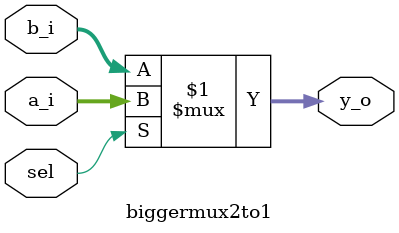
<source format=sv>
module biggermux2to1 (
  input reg [7:0]a_i,
  input reg [7:0]b_i,
  input reg sel,
  output reg [7:0] y_o
);
  
  assign y_o = (sel) ? a_i: b_i;
endmodule
  

</source>
